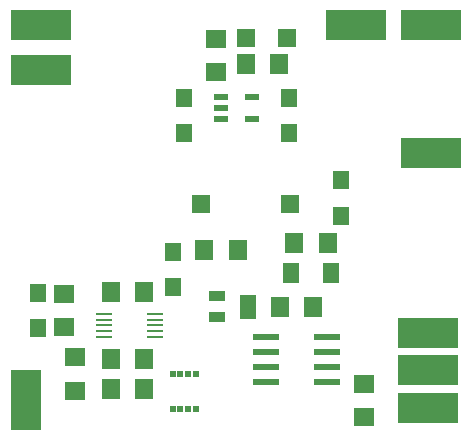
<source format=gtp>
G75*
G70*
%OFA0B0*%
%FSLAX24Y24*%
%IPPOS*%
%LPD*%
%AMOC8*
5,1,8,0,0,1.08239X$1,22.5*
%
%ADD10R,0.0472X0.0217*%
%ADD11R,0.0591X0.0591*%
%ADD12R,0.0710X0.0630*%
%ADD13R,0.0630X0.0710*%
%ADD14R,0.0551X0.0110*%
%ADD15R,0.0630X0.0709*%
%ADD16R,0.0571X0.0354*%
%ADD17R,0.0571X0.0827*%
%ADD18R,0.1000X0.2000*%
%ADD19R,0.0709X0.0630*%
%ADD20R,0.0866X0.0236*%
%ADD21R,0.2000X0.1000*%
%ADD22R,0.0551X0.0630*%
%ADD23R,0.0197X0.0248*%
%ADD24R,0.0551X0.0709*%
D10*
X015321Y011207D03*
X015321Y011581D03*
X015321Y011955D03*
X016345Y011955D03*
X016345Y011207D03*
D11*
X016148Y013911D03*
X017526Y013911D03*
X017635Y008368D03*
X014643Y008368D03*
D12*
X015163Y012767D03*
X015163Y013887D03*
X010458Y003266D03*
X010458Y002146D03*
X020083Y002391D03*
X020083Y001271D03*
D13*
X015893Y006831D03*
X014773Y006831D03*
X017773Y007081D03*
X018893Y007081D03*
X017272Y013036D03*
X016152Y013036D03*
X012768Y002206D03*
X011648Y002206D03*
D14*
X011427Y003937D03*
X011427Y004134D03*
X011427Y004331D03*
X011427Y004528D03*
X011427Y004725D03*
X013120Y004725D03*
X013120Y004528D03*
X013120Y004331D03*
X013120Y004134D03*
X013120Y003937D03*
D15*
X012759Y003206D03*
X011657Y003206D03*
X011657Y005456D03*
X012759Y005456D03*
X017282Y004956D03*
X018384Y004956D03*
D16*
X015206Y005310D03*
X015206Y004602D03*
D17*
X016210Y004956D03*
D18*
X008833Y001831D03*
D19*
X010083Y004280D03*
X010083Y005382D03*
D20*
X016809Y003956D03*
X016809Y003456D03*
X016809Y002956D03*
X016809Y002456D03*
X018857Y002456D03*
X018857Y002956D03*
X018857Y003456D03*
X018857Y003956D03*
D21*
X022208Y004081D03*
X022208Y002831D03*
X022208Y001581D03*
X022333Y010081D03*
X022333Y014331D03*
X019833Y014331D03*
X009333Y014331D03*
X009333Y012831D03*
D22*
X014083Y011921D03*
X014083Y010740D03*
X017583Y010740D03*
X017583Y011921D03*
X019333Y009171D03*
X019333Y007990D03*
X013708Y006796D03*
X013708Y005615D03*
X009208Y005421D03*
X009208Y004240D03*
D23*
X013708Y002699D03*
X013964Y002699D03*
X014220Y002699D03*
X014476Y002699D03*
X014476Y001563D03*
X014220Y001563D03*
X013964Y001563D03*
X013708Y001563D03*
D24*
X017664Y006081D03*
X019002Y006081D03*
M02*

</source>
